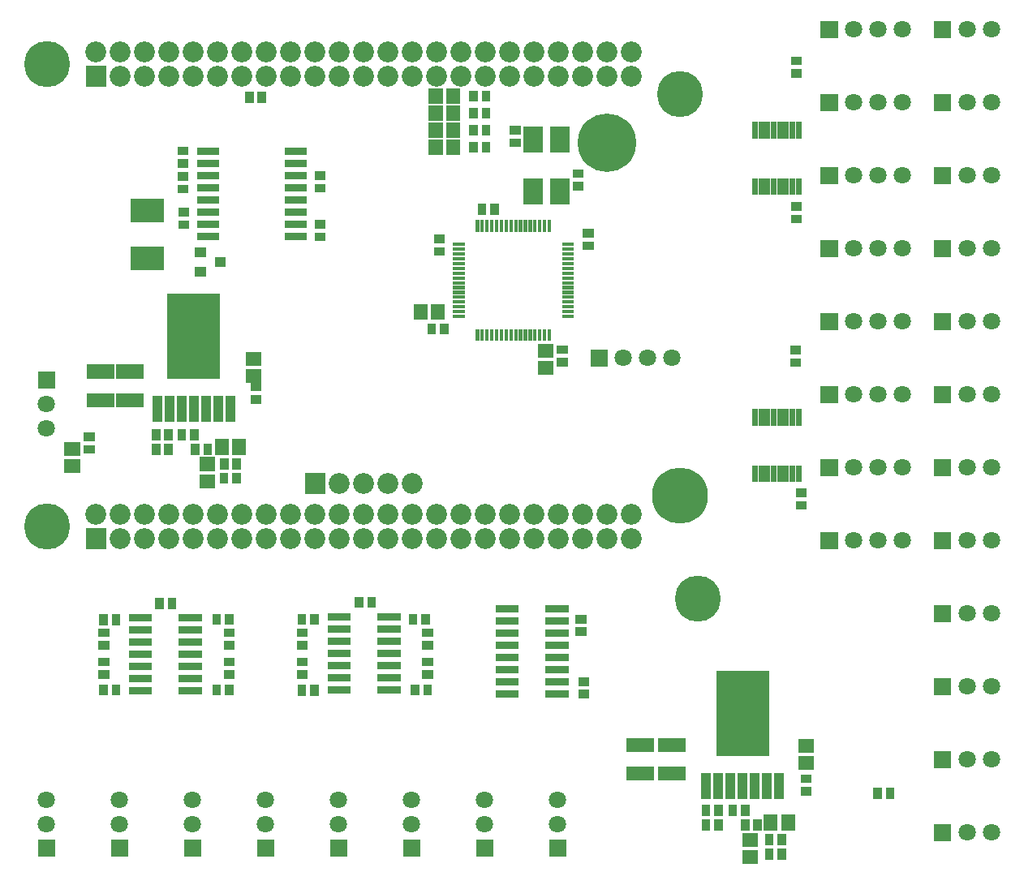
<source format=gbr>
G04 start of page 8 for group -4063 idx -4063 *
G04 Title: 971 BBB Cape, componentmask *
G04 Creator: pcb 20110918 *
G04 CreationDate: Thu Dec  5 05:46:54 2013 UTC *
G04 For: brians *
G04 Format: Gerber/RS-274X *
G04 PCB-Dimensions: 500000 400000 *
G04 PCB-Coordinate-Origin: lower left *
%MOIN*%
%FSLAX25Y25*%
%LNTOPMASK*%
%ADD272R,0.0808X0.0808*%
%ADD271R,0.0987X0.0987*%
%ADD270R,0.0400X0.0400*%
%ADD269R,0.0140X0.0140*%
%ADD268R,0.0300X0.0300*%
%ADD267R,0.2166X0.2166*%
%ADD266R,0.0410X0.0410*%
%ADD265R,0.0572X0.0572*%
%ADD264R,0.0230X0.0230*%
%ADD263R,0.0355X0.0355*%
%ADD262C,0.2300*%
%ADD261C,0.0860*%
%ADD260C,0.2400*%
%ADD259C,0.1890*%
%ADD258C,0.0001*%
%ADD257C,0.0710*%
G54D257*X417000Y384000D03*
Y294000D03*
Y354000D03*
X427000Y384000D03*
Y294000D03*
Y354000D03*
G54D258*G36*
X403450Y357550D02*Y350450D01*
X410550D01*
Y357550D01*
X403450D01*
G37*
G54D259*X345799Y357329D03*
G54D260*X315799Y337329D03*
G54D259*X85799Y369829D03*
G54D261*X105799Y374829D03*
G54D258*G36*
X101499Y369129D02*Y360529D01*
X110099D01*
Y369129D01*
X101499D01*
G37*
G54D261*X115799Y374829D03*
Y364829D03*
X125799Y374829D03*
Y364829D03*
X135799Y374829D03*
Y364829D03*
X145799Y374829D03*
Y364829D03*
X155799D03*
X165799D03*
X155799Y374829D03*
X165799D03*
X175799D03*
X185799D03*
X195799D03*
X205799D03*
X175799Y364829D03*
X185799D03*
X195799D03*
X205799D03*
X215799Y374829D03*
X225799D03*
X235799D03*
X215799Y364829D03*
X225799D03*
X235799D03*
X245799D03*
X255799D03*
X265799D03*
X245799Y374829D03*
X255799D03*
X265799D03*
X275799D03*
Y364829D03*
X285799Y374829D03*
X295799D03*
X305799D03*
X315799D03*
X325799D03*
X285799Y364829D03*
X295799D03*
X305799D03*
X315799D03*
X325799D03*
G54D258*G36*
X449950Y267550D02*Y260450D01*
X457050D01*
Y267550D01*
X449950D01*
G37*
G36*
Y207550D02*Y200450D01*
X457050D01*
Y207550D01*
X449950D01*
G37*
G36*
Y177550D02*Y170450D01*
X457050D01*
Y177550D01*
X449950D01*
G37*
G54D257*X463500Y264000D03*
Y204000D03*
Y174000D03*
Y144000D03*
Y114000D03*
Y84000D03*
X473500Y264000D03*
Y204000D03*
Y174000D03*
Y144000D03*
Y114000D03*
Y84000D03*
G54D258*G36*
X449950Y237550D02*Y230450D01*
X457050D01*
Y237550D01*
X449950D01*
G37*
G54D257*X463500Y234000D03*
X473500D03*
G54D258*G36*
X449950Y147550D02*Y140450D01*
X457050D01*
Y147550D01*
X449950D01*
G37*
G36*
Y117550D02*Y110450D01*
X457050D01*
Y117550D01*
X449950D01*
G37*
G36*
Y87550D02*Y80450D01*
X457050D01*
Y87550D01*
X449950D01*
G37*
G36*
Y57550D02*Y50450D01*
X457050D01*
Y57550D01*
X449950D01*
G37*
G54D257*X463500Y54000D03*
X473500D03*
G54D258*G36*
X449950Y327550D02*Y320450D01*
X457050D01*
Y327550D01*
X449950D01*
G37*
G54D257*X463500Y324000D03*
X473500D03*
G54D258*G36*
X449950Y297550D02*Y290450D01*
X457050D01*
Y297550D01*
X449950D01*
G37*
G54D257*X463500Y294000D03*
X473500D03*
X437000Y324000D03*
G54D258*G36*
X308891Y252550D02*Y245450D01*
X315991D01*
Y252550D01*
X308891D01*
G37*
G54D257*X322441Y249000D03*
X332441D03*
X342441D03*
G54D262*X345799Y192329D03*
G54D259*X353000Y150000D03*
G54D258*G36*
X449950Y387550D02*Y380450D01*
X457050D01*
Y387550D01*
X449950D01*
G37*
G54D257*X463500Y384000D03*
X473500D03*
G54D258*G36*
X403450Y387550D02*Y380450D01*
X410550D01*
Y387550D01*
X403450D01*
G37*
G36*
Y297550D02*Y290450D01*
X410550D01*
Y297550D01*
X403450D01*
G37*
G36*
Y327550D02*Y320450D01*
X410550D01*
Y327550D01*
X403450D01*
G37*
G54D257*X417000Y324000D03*
X427000D03*
G54D258*G36*
X449950Y357550D02*Y350450D01*
X457050D01*
Y357550D01*
X449950D01*
G37*
G54D257*X437000Y354000D03*
X463500D03*
X473500D03*
X437000Y384000D03*
Y174000D03*
Y204000D03*
Y234000D03*
Y264000D03*
Y294000D03*
G54D258*G36*
X403450Y177550D02*Y170450D01*
X410550D01*
Y177550D01*
X403450D01*
G37*
G36*
Y207550D02*Y200450D01*
X410550D01*
Y207550D01*
X403450D01*
G37*
G36*
Y237550D02*Y230450D01*
X410550D01*
Y237550D01*
X403450D01*
G37*
G36*
Y267550D02*Y260450D01*
X410550D01*
Y267550D01*
X403450D01*
G37*
G54D257*X417000Y174000D03*
Y204000D03*
Y234000D03*
Y264000D03*
X427000Y174000D03*
Y204000D03*
Y234000D03*
Y264000D03*
G54D258*G36*
X201891Y51050D02*Y43950D01*
X208991D01*
Y51050D01*
X201891D01*
G37*
G54D257*X205441Y57500D03*
Y67500D03*
G54D258*G36*
X231891Y51050D02*Y43950D01*
X238991D01*
Y51050D01*
X231891D01*
G37*
G54D257*X235441Y57500D03*
Y67500D03*
G54D258*G36*
X261891Y51050D02*Y43950D01*
X268991D01*
Y51050D01*
X261891D01*
G37*
G36*
X171891D02*Y43950D01*
X178991D01*
Y51050D01*
X171891D01*
G37*
G36*
X141891D02*Y43950D01*
X148991D01*
Y51050D01*
X141891D01*
G37*
G36*
X111891D02*Y43950D01*
X118991D01*
Y51050D01*
X111891D01*
G37*
G36*
X81891D02*Y43950D01*
X88991D01*
Y51050D01*
X81891D01*
G37*
G54D257*X265441Y57500D03*
X175441D03*
X145441D03*
X115441D03*
X85441D03*
X265441Y67500D03*
X175441D03*
G54D258*G36*
X291891Y51050D02*Y43950D01*
X298991D01*
Y51050D01*
X291891D01*
G37*
G54D257*X295441Y57500D03*
Y67500D03*
X145441D03*
X115441D03*
X85441D03*
G54D259*X85799Y179829D03*
G54D261*X105799Y184829D03*
G54D258*G36*
X101499Y179129D02*Y170529D01*
X110099D01*
Y179129D01*
X101499D01*
G37*
G54D261*X115799Y184829D03*
Y174829D03*
X125799Y184829D03*
Y174829D03*
G54D258*G36*
X81891Y243550D02*Y236450D01*
X88991D01*
Y243550D01*
X81891D01*
G37*
G54D257*X85441Y230000D03*
Y220000D03*
G54D261*X135799Y184829D03*
X145799D03*
X155799D03*
X135799Y174829D03*
X145799D03*
X155799D03*
X165799Y184829D03*
X175799D03*
X185799D03*
X195799D03*
X165799Y174829D03*
X175799D03*
X185799D03*
X195799D03*
G54D258*G36*
X191499Y201629D02*Y193029D01*
X200099D01*
Y201629D01*
X191499D01*
G37*
G54D261*X205799Y197329D03*
X215799D03*
X225799D03*
X235799D03*
X205799Y184829D03*
X215799D03*
X225799D03*
X205799Y174829D03*
X215799D03*
X225799D03*
X235799D03*
X245799D03*
X255799D03*
X235799Y184829D03*
X245799D03*
X255799D03*
X265799D03*
Y174829D03*
X275799Y184829D03*
X285799D03*
X295799D03*
X305799D03*
X315799D03*
X325799D03*
X275799Y174829D03*
X285799D03*
X295799D03*
X305799D03*
X315799D03*
X325799D03*
G54D263*X394949Y188441D02*X395933D01*
X394949Y193559D02*X395933D01*
G54D264*X394397Y203689D02*Y199083D01*
X376485Y203689D02*Y199083D01*
X379044Y203689D02*Y199083D01*
X381603Y203689D02*Y199083D01*
X384162Y203689D02*Y199083D01*
X386720Y203689D02*Y199083D01*
X389279Y203689D02*Y199083D01*
X391838Y203689D02*Y199083D01*
G54D263*X392643Y247056D02*X393627D01*
X392643Y252174D02*X393627D01*
G54D264*X394397Y226917D02*Y222311D01*
X391838Y226917D02*Y222311D01*
X389279Y226917D02*Y222311D01*
X386720Y226917D02*Y222311D01*
G54D265*X397048Y89543D02*X397834D01*
X397048Y82457D02*X397834D01*
G54D263*X396949Y70882D02*X397933D01*
X396949Y76000D02*X397933D01*
G54D264*X384162Y226917D02*Y222311D01*
X381603Y226917D02*Y222311D01*
X379044Y226917D02*Y222311D01*
X376485Y226917D02*Y222311D01*
G54D263*X392949Y365941D02*X393933D01*
X392949Y371059D02*X393933D01*
G54D264*X394397Y344917D02*Y340311D01*
X391838Y344917D02*Y340311D01*
X389279Y344917D02*Y340311D01*
X386720Y344917D02*Y340311D01*
X389279Y321689D02*Y317083D01*
X391838Y321689D02*Y317083D01*
X394397Y321689D02*Y317083D01*
X384162Y344917D02*Y340311D01*
Y321689D02*Y317083D01*
X386720Y321689D02*Y317083D01*
X381603Y344917D02*Y340311D01*
Y321689D02*Y317083D01*
X379044Y344917D02*Y340311D01*
X376485Y344917D02*Y340311D01*
Y321689D02*Y317083D01*
X379044Y321689D02*Y317083D01*
G54D263*X392949Y306000D02*X393933D01*
X392949Y311118D02*X393933D01*
G54D265*X326686Y89905D02*X332196D01*
X326686Y78095D02*X332196D01*
G54D266*X356441Y76229D02*Y69930D01*
X361441Y76229D02*Y69930D01*
X366441Y76229D02*Y69930D01*
G54D267*X371441Y109694D02*Y96308D01*
G54D266*Y76229D02*Y69930D01*
X376441Y76229D02*Y69930D01*
X381441Y76229D02*Y69930D01*
X386441Y76229D02*Y69930D01*
G54D263*X305696Y110822D02*X306680D01*
G54D268*X291938D02*X298438D01*
X291938Y115822D02*X298438D01*
G54D263*X305696Y115940D02*X306680D01*
X304472Y136450D02*X305456D01*
X304472Y141568D02*X305456D01*
G54D268*X271438Y145822D02*X277938D01*
X271438Y140822D02*X277938D01*
X271438Y135822D02*X277938D01*
X271438Y130822D02*X277938D01*
G54D263*X235941Y141992D02*Y141008D01*
X241059Y141992D02*Y141008D01*
G54D268*X271438Y125822D02*X277938D01*
X291938D02*X298438D01*
X291938Y130822D02*X298438D01*
X291938Y135822D02*X298438D01*
X291938Y140822D02*X298438D01*
X291938Y145822D02*X298438D01*
X271438Y120822D02*X277938D01*
X291938D02*X298438D01*
X271438Y115822D02*X277938D01*
X271438Y110822D02*X277938D01*
G54D269*X253106Y279844D02*X256504D01*
X253106Y277876D02*X256504D01*
X253106Y275907D02*X256504D01*
X253106Y273939D02*X256504D01*
X253106Y271970D02*X256504D01*
X253106Y270002D02*X256504D01*
G54D263*X266000Y356992D02*Y356008D01*
X260882Y356992D02*Y356008D01*
G54D265*X245355Y356893D02*Y356107D01*
X252441Y356893D02*Y356107D01*
G54D269*X253106Y268033D02*X256504D01*
X253106Y266065D02*X256504D01*
X262477Y260093D02*Y256695D01*
X264445Y260093D02*Y256695D01*
X266414Y260093D02*Y256695D01*
X268382Y260093D02*Y256695D01*
X270351Y260093D02*Y256695D01*
X272319Y260093D02*Y256695D01*
X274288Y260093D02*Y256695D01*
X276256Y260093D02*Y256695D01*
X278225Y260093D02*Y256695D01*
X280193Y260093D02*Y256695D01*
X282162Y260093D02*Y256695D01*
X284130Y260093D02*Y256695D01*
X286099Y260093D02*Y256695D01*
X288067Y260093D02*Y256695D01*
X290036Y260093D02*Y256695D01*
X292004Y260093D02*Y256695D01*
X297976Y266066D02*X301374D01*
X297976Y268034D02*X301374D01*
X297976Y270003D02*X301374D01*
X297976Y271971D02*X301374D01*
X297976Y273940D02*X301374D01*
X297976Y275908D02*X301374D01*
X297976Y277877D02*X301374D01*
X297976Y279845D02*X301374D01*
X297976Y281814D02*X301374D01*
X297976Y283782D02*X301374D01*
X297976Y285751D02*X301374D01*
X297976Y287719D02*X301374D01*
X297976Y289688D02*X301374D01*
X297976Y291656D02*X301374D01*
X297976Y293625D02*X301374D01*
X297976Y295593D02*X301374D01*
G54D263*X432000Y70492D02*Y69508D01*
X426882Y70492D02*Y69508D01*
G54D265*X339686Y89905D02*X345196D01*
X339686Y78095D02*X345196D01*
X382941Y58394D02*Y57608D01*
X390027Y58394D02*Y57608D01*
G54D263*X377559Y57493D02*Y56509D01*
X372441Y57493D02*Y56509D01*
Y63493D02*Y62509D01*
X367323Y63493D02*Y62509D01*
X356323Y63493D02*Y62509D01*
X361441Y63493D02*Y62509D01*
X356323Y57493D02*Y56509D01*
X361441Y57493D02*Y56509D01*
X382323Y45493D02*Y44509D01*
G54D265*X374048Y43914D02*X374834D01*
G54D263*X387441Y45493D02*Y44509D01*
Y51493D02*Y50509D01*
X382323Y51493D02*Y50509D01*
G54D265*X374048Y51000D02*X374834D01*
G54D263*X246335Y297850D02*X247319D01*
X269500Y310492D02*Y309508D01*
X264382Y310492D02*Y309508D01*
G54D269*X268381Y304963D02*Y301565D01*
X266413Y304963D02*Y301565D01*
X264444Y304963D02*Y301565D01*
X262476Y304963D02*Y301565D01*
G54D265*X245312Y349893D02*Y349107D01*
Y342893D02*Y342107D01*
X252398Y349893D02*Y349107D01*
G54D263*X265957Y349992D02*Y349008D01*
X260839Y349992D02*Y349008D01*
G54D265*X245355Y335893D02*Y335107D01*
X252441Y335893D02*Y335107D01*
G54D263*X266000Y335992D02*Y335008D01*
X260882Y335992D02*Y335008D01*
X265957Y342992D02*Y342008D01*
X260839Y342992D02*Y342008D01*
G54D265*X252398Y342893D02*Y342107D01*
G54D263*X168732Y356454D02*Y355470D01*
X173850Y356454D02*Y355470D01*
G54D268*X148799Y333829D02*X154799D01*
X148799Y328829D02*X154799D01*
X148799Y323829D02*X154799D01*
X184799D02*X190799D01*
X184799Y328829D02*X190799D01*
X184799Y333829D02*X190799D01*
G54D263*X197307Y323888D02*X198291D01*
G54D268*X148799Y318829D02*X154799D01*
X148799Y313829D02*X154799D01*
X148799Y308829D02*X154799D01*
X148799Y303829D02*X154799D01*
X148799Y298829D02*X154799D01*
G54D263*X140949Y334059D02*X141933D01*
X140949Y328941D02*X141933D01*
X141307Y308888D02*X142291D01*
X140949Y323559D02*X141933D01*
X140949Y318441D02*X141933D01*
X141307Y303770D02*X142291D01*
X246335Y292732D02*X247319D01*
G54D270*X148299Y292229D02*X148899D01*
X148299Y284429D02*X148899D01*
X156499Y288329D02*X157099D01*
G54D268*X184799Y298829D02*X190799D01*
X184799Y303829D02*X190799D01*
G54D263*X197307Y303888D02*X198291D01*
G54D268*X184799Y308829D02*X190799D01*
X184799Y313829D02*X190799D01*
X184799Y318829D02*X190799D01*
G54D263*X197307Y318770D02*X198291D01*
X197307Y298770D02*X198291D01*
X158453Y205862D02*Y204878D01*
X163571Y205862D02*Y204878D01*
X146571Y211862D02*Y210878D01*
X151689Y211862D02*Y210878D01*
G54D266*X160941Y231228D02*Y224929D01*
G54D265*X157485Y212763D02*Y211977D01*
X164571Y212763D02*Y211977D01*
G54D263*X158382Y199992D02*Y199008D01*
X163500Y199992D02*Y199008D01*
G54D266*X145941Y231228D02*Y224929D01*
X150941Y231228D02*Y224929D01*
X155941Y231228D02*Y224929D01*
G54D263*X146130Y217862D02*Y216878D01*
X131882Y148492D02*Y147508D01*
X137000Y148492D02*Y147508D01*
G54D266*X130941Y231228D02*Y224929D01*
X135941Y231228D02*Y224929D01*
X140941Y231228D02*Y224929D01*
G54D263*X141012Y217862D02*Y216878D01*
X130453Y217862D02*Y216878D01*
X135571Y217862D02*Y216878D01*
X130453Y211862D02*Y210878D01*
X135571Y211862D02*Y210878D01*
G54D265*X151178Y198284D02*X151964D01*
X151178Y205370D02*X151964D01*
G54D271*X124831Y309514D02*X128768D01*
X124831Y289829D02*X128768D01*
G54D265*X104816Y243370D02*X110326D01*
X104816Y231560D02*X110326D01*
X116816Y243370D02*X122326D01*
X116816Y231560D02*X122326D01*
G54D267*X145941Y264693D02*Y251307D01*
G54D265*X170048Y248543D02*X170834D01*
X170048Y241457D02*X170834D01*
G54D263*X170949Y231882D02*X171933D01*
X170949Y237000D02*X171933D01*
G54D265*X95548Y204457D02*X96334D01*
X95548Y211543D02*X96334D01*
G54D263*X102449Y216559D02*X103433D01*
X102449Y211441D02*X103433D01*
X241449Y130941D02*X242433D01*
X241449Y136059D02*X242433D01*
X236882Y112992D02*Y112008D01*
X242000Y112992D02*Y112008D01*
X241449Y124059D02*X242433D01*
X241449Y118941D02*X242433D01*
G54D268*X222941Y112500D02*X229441D01*
X222941Y117500D02*X229441D01*
X222941Y122500D02*X229441D01*
X222941Y127500D02*X229441D01*
X222941Y132500D02*X229441D01*
X222941Y137500D02*X229441D01*
X222941Y142500D02*X229441D01*
G54D263*X213882Y148992D02*Y148008D01*
X219000Y148992D02*Y148008D01*
X189949Y136059D02*X190933D01*
X195500Y141992D02*Y141008D01*
X190382Y141992D02*Y141008D01*
X159949Y136059D02*X160933D01*
X155382Y141992D02*Y141008D01*
X160500Y141992D02*Y141008D01*
X189949Y124059D02*X190933D01*
X189949Y118941D02*X190933D01*
X195475Y112832D02*Y111848D01*
X190357Y112832D02*Y111848D01*
G54D268*X202441Y142500D02*X208941D01*
X202441Y137500D02*X208941D01*
X202441Y132500D02*X208941D01*
X202441Y127500D02*X208941D01*
X202441Y122500D02*X208941D01*
X202441Y117500D02*X208941D01*
X202441Y112500D02*X208941D01*
G54D263*X155382Y112992D02*Y112008D01*
X160500Y112992D02*Y112008D01*
X159949Y124059D02*X160933D01*
X159949Y118941D02*X160933D01*
X189949Y130941D02*X190933D01*
X108449D02*X109433D01*
X159949D02*X160933D01*
G54D268*X141166Y112340D02*X147666D01*
X141166Y117340D02*X147666D01*
X141166Y122340D02*X147666D01*
X141166Y127340D02*X147666D01*
G54D263*X108449Y124059D02*X109433D01*
X108449Y118941D02*X109433D01*
G54D268*X141166Y132340D02*X147666D01*
X141166Y137340D02*X147666D01*
X141166Y142340D02*X147666D01*
G54D263*X113975Y141832D02*Y140848D01*
X108857Y141832D02*Y140848D01*
X108449Y136059D02*X109433D01*
G54D268*X120666Y142340D02*X127166D01*
X120666Y137340D02*X127166D01*
X120666Y132340D02*X127166D01*
X120666Y127340D02*X127166D01*
X120666Y122340D02*X127166D01*
X120666Y117340D02*X127166D01*
X120666Y112340D02*X127166D01*
G54D263*X114000Y112992D02*Y112008D01*
X108882Y112992D02*Y112008D01*
X296748Y247270D02*X297732D01*
G54D265*X290048Y244914D02*X290834D01*
G54D263*X296748Y252388D02*X297732D01*
G54D265*X290048Y252000D02*X290834D01*
G54D263*X243681Y261321D02*Y260337D01*
G54D265*X239154Y268222D02*Y267436D01*
X246240Y268222D02*Y267436D01*
G54D263*X248799Y261321D02*Y260337D01*
G54D272*X296453Y340007D02*Y337349D01*
X285430Y340007D02*Y337349D01*
G54D263*X277449Y342559D02*X278433D01*
X277449Y337441D02*X278433D01*
G54D272*X296453Y318650D02*Y315992D01*
G54D263*X303365Y324772D02*X304349D01*
X303365Y319654D02*X304349D01*
X307462Y295038D02*X308446D01*
X307462Y300156D02*X308446D01*
G54D269*X292003Y304963D02*Y301565D01*
G54D272*X285430Y318650D02*Y315992D01*
G54D269*X290035Y304963D02*Y301565D01*
X288066Y304963D02*Y301565D01*
X286098Y304963D02*Y301565D01*
X284129Y304963D02*Y301565D01*
X282161Y304963D02*Y301565D01*
X280192Y304963D02*Y301565D01*
X278224Y304963D02*Y301565D01*
X276255Y304963D02*Y301565D01*
X274287Y304963D02*Y301565D01*
X272318Y304963D02*Y301565D01*
X270350Y304963D02*Y301565D01*
X253106Y295592D02*X256504D01*
X253106Y293624D02*X256504D01*
X253106Y291655D02*X256504D01*
X253106Y289687D02*X256504D01*
X253106Y287718D02*X256504D01*
X253106Y285750D02*X256504D01*
X253106Y283781D02*X256504D01*
X253106Y281813D02*X256504D01*
M02*

</source>
